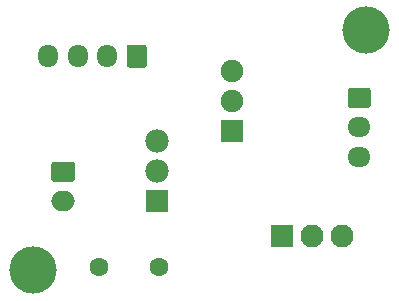
<source format=gbl>
G04 #@! TF.GenerationSoftware,KiCad,Pcbnew,(5.1.5)-3*
G04 #@! TF.CreationDate,2020-04-03T17:49:39+02:00*
G04 #@! TF.ProjectId,SM-Magnet,534d2d4d-6167-46e6-9574-2e6b69636164,rev?*
G04 #@! TF.SameCoordinates,Original*
G04 #@! TF.FileFunction,Copper,L2,Bot*
G04 #@! TF.FilePolarity,Positive*
%FSLAX46Y46*%
G04 Gerber Fmt 4.6, Leading zero omitted, Abs format (unit mm)*
G04 Created by KiCad (PCBNEW (5.1.5)-3) date 2020-04-03 17:49:39*
%MOMM*%
%LPD*%
G04 APERTURE LIST*
%ADD10R,1.940000X1.940000*%
%ADD11C,1.940000*%
%ADD12C,1.600000*%
%ADD13R,1.910000X1.910000*%
%ADD14C,1.910000*%
%ADD15C,1.980000*%
%ADD16R,1.980000X1.980000*%
%ADD17O,1.950000X1.700000*%
%ADD18C,0.100000*%
%ADD19O,2.000000X1.700000*%
%ADD20O,1.700000X1.950000*%
%ADD21C,4.000000*%
G04 APERTURE END LIST*
D10*
X46460000Y-36200000D03*
D11*
X49000000Y-36200000D03*
X51540000Y-36200000D03*
D12*
X36080000Y-38800000D03*
X31000000Y-38800000D03*
D13*
X42200000Y-27280000D03*
D14*
X42200000Y-24740000D03*
X42200000Y-22200000D03*
D15*
X35900000Y-28160000D03*
X35900000Y-30700000D03*
D16*
X35900000Y-33240000D03*
D17*
X53000000Y-29500000D03*
X53000000Y-27000000D03*
G04 #@! TA.AperFunction,ComponentPad*
D18*
G36*
X53749504Y-23651204D02*
G01*
X53773773Y-23654804D01*
X53797571Y-23660765D01*
X53820671Y-23669030D01*
X53842849Y-23679520D01*
X53863893Y-23692133D01*
X53883598Y-23706747D01*
X53901777Y-23723223D01*
X53918253Y-23741402D01*
X53932867Y-23761107D01*
X53945480Y-23782151D01*
X53955970Y-23804329D01*
X53964235Y-23827429D01*
X53970196Y-23851227D01*
X53973796Y-23875496D01*
X53975000Y-23900000D01*
X53975000Y-25100000D01*
X53973796Y-25124504D01*
X53970196Y-25148773D01*
X53964235Y-25172571D01*
X53955970Y-25195671D01*
X53945480Y-25217849D01*
X53932867Y-25238893D01*
X53918253Y-25258598D01*
X53901777Y-25276777D01*
X53883598Y-25293253D01*
X53863893Y-25307867D01*
X53842849Y-25320480D01*
X53820671Y-25330970D01*
X53797571Y-25339235D01*
X53773773Y-25345196D01*
X53749504Y-25348796D01*
X53725000Y-25350000D01*
X52275000Y-25350000D01*
X52250496Y-25348796D01*
X52226227Y-25345196D01*
X52202429Y-25339235D01*
X52179329Y-25330970D01*
X52157151Y-25320480D01*
X52136107Y-25307867D01*
X52116402Y-25293253D01*
X52098223Y-25276777D01*
X52081747Y-25258598D01*
X52067133Y-25238893D01*
X52054520Y-25217849D01*
X52044030Y-25195671D01*
X52035765Y-25172571D01*
X52029804Y-25148773D01*
X52026204Y-25124504D01*
X52025000Y-25100000D01*
X52025000Y-23900000D01*
X52026204Y-23875496D01*
X52029804Y-23851227D01*
X52035765Y-23827429D01*
X52044030Y-23804329D01*
X52054520Y-23782151D01*
X52067133Y-23761107D01*
X52081747Y-23741402D01*
X52098223Y-23723223D01*
X52116402Y-23706747D01*
X52136107Y-23692133D01*
X52157151Y-23679520D01*
X52179329Y-23669030D01*
X52202429Y-23660765D01*
X52226227Y-23654804D01*
X52250496Y-23651204D01*
X52275000Y-23650000D01*
X53725000Y-23650000D01*
X53749504Y-23651204D01*
G37*
G04 #@! TD.AperFunction*
D19*
X27940000Y-33250000D03*
G04 #@! TA.AperFunction,ComponentPad*
D18*
G36*
X28714504Y-29901204D02*
G01*
X28738773Y-29904804D01*
X28762571Y-29910765D01*
X28785671Y-29919030D01*
X28807849Y-29929520D01*
X28828893Y-29942133D01*
X28848598Y-29956747D01*
X28866777Y-29973223D01*
X28883253Y-29991402D01*
X28897867Y-30011107D01*
X28910480Y-30032151D01*
X28920970Y-30054329D01*
X28929235Y-30077429D01*
X28935196Y-30101227D01*
X28938796Y-30125496D01*
X28940000Y-30150000D01*
X28940000Y-31350000D01*
X28938796Y-31374504D01*
X28935196Y-31398773D01*
X28929235Y-31422571D01*
X28920970Y-31445671D01*
X28910480Y-31467849D01*
X28897867Y-31488893D01*
X28883253Y-31508598D01*
X28866777Y-31526777D01*
X28848598Y-31543253D01*
X28828893Y-31557867D01*
X28807849Y-31570480D01*
X28785671Y-31580970D01*
X28762571Y-31589235D01*
X28738773Y-31595196D01*
X28714504Y-31598796D01*
X28690000Y-31600000D01*
X27190000Y-31600000D01*
X27165496Y-31598796D01*
X27141227Y-31595196D01*
X27117429Y-31589235D01*
X27094329Y-31580970D01*
X27072151Y-31570480D01*
X27051107Y-31557867D01*
X27031402Y-31543253D01*
X27013223Y-31526777D01*
X26996747Y-31508598D01*
X26982133Y-31488893D01*
X26969520Y-31467849D01*
X26959030Y-31445671D01*
X26950765Y-31422571D01*
X26944804Y-31398773D01*
X26941204Y-31374504D01*
X26940000Y-31350000D01*
X26940000Y-30150000D01*
X26941204Y-30125496D01*
X26944804Y-30101227D01*
X26950765Y-30077429D01*
X26959030Y-30054329D01*
X26969520Y-30032151D01*
X26982133Y-30011107D01*
X26996747Y-29991402D01*
X27013223Y-29973223D01*
X27031402Y-29956747D01*
X27051107Y-29942133D01*
X27072151Y-29929520D01*
X27094329Y-29919030D01*
X27117429Y-29910765D01*
X27141227Y-29904804D01*
X27165496Y-29901204D01*
X27190000Y-29900000D01*
X28690000Y-29900000D01*
X28714504Y-29901204D01*
G37*
G04 #@! TD.AperFunction*
D20*
X26663000Y-20971000D03*
X29163000Y-20971000D03*
X31663000Y-20971000D03*
G04 #@! TA.AperFunction,ComponentPad*
D18*
G36*
X34787504Y-19997204D02*
G01*
X34811773Y-20000804D01*
X34835571Y-20006765D01*
X34858671Y-20015030D01*
X34880849Y-20025520D01*
X34901893Y-20038133D01*
X34921598Y-20052747D01*
X34939777Y-20069223D01*
X34956253Y-20087402D01*
X34970867Y-20107107D01*
X34983480Y-20128151D01*
X34993970Y-20150329D01*
X35002235Y-20173429D01*
X35008196Y-20197227D01*
X35011796Y-20221496D01*
X35013000Y-20246000D01*
X35013000Y-21696000D01*
X35011796Y-21720504D01*
X35008196Y-21744773D01*
X35002235Y-21768571D01*
X34993970Y-21791671D01*
X34983480Y-21813849D01*
X34970867Y-21834893D01*
X34956253Y-21854598D01*
X34939777Y-21872777D01*
X34921598Y-21889253D01*
X34901893Y-21903867D01*
X34880849Y-21916480D01*
X34858671Y-21926970D01*
X34835571Y-21935235D01*
X34811773Y-21941196D01*
X34787504Y-21944796D01*
X34763000Y-21946000D01*
X33563000Y-21946000D01*
X33538496Y-21944796D01*
X33514227Y-21941196D01*
X33490429Y-21935235D01*
X33467329Y-21926970D01*
X33445151Y-21916480D01*
X33424107Y-21903867D01*
X33404402Y-21889253D01*
X33386223Y-21872777D01*
X33369747Y-21854598D01*
X33355133Y-21834893D01*
X33342520Y-21813849D01*
X33332030Y-21791671D01*
X33323765Y-21768571D01*
X33317804Y-21744773D01*
X33314204Y-21720504D01*
X33313000Y-21696000D01*
X33313000Y-20246000D01*
X33314204Y-20221496D01*
X33317804Y-20197227D01*
X33323765Y-20173429D01*
X33332030Y-20150329D01*
X33342520Y-20128151D01*
X33355133Y-20107107D01*
X33369747Y-20087402D01*
X33386223Y-20069223D01*
X33404402Y-20052747D01*
X33424107Y-20038133D01*
X33445151Y-20025520D01*
X33467329Y-20015030D01*
X33490429Y-20006765D01*
X33514227Y-20000804D01*
X33538496Y-19997204D01*
X33563000Y-19996000D01*
X34763000Y-19996000D01*
X34787504Y-19997204D01*
G37*
G04 #@! TD.AperFunction*
D21*
X25400000Y-39100000D03*
X53600000Y-18800000D03*
M02*

</source>
